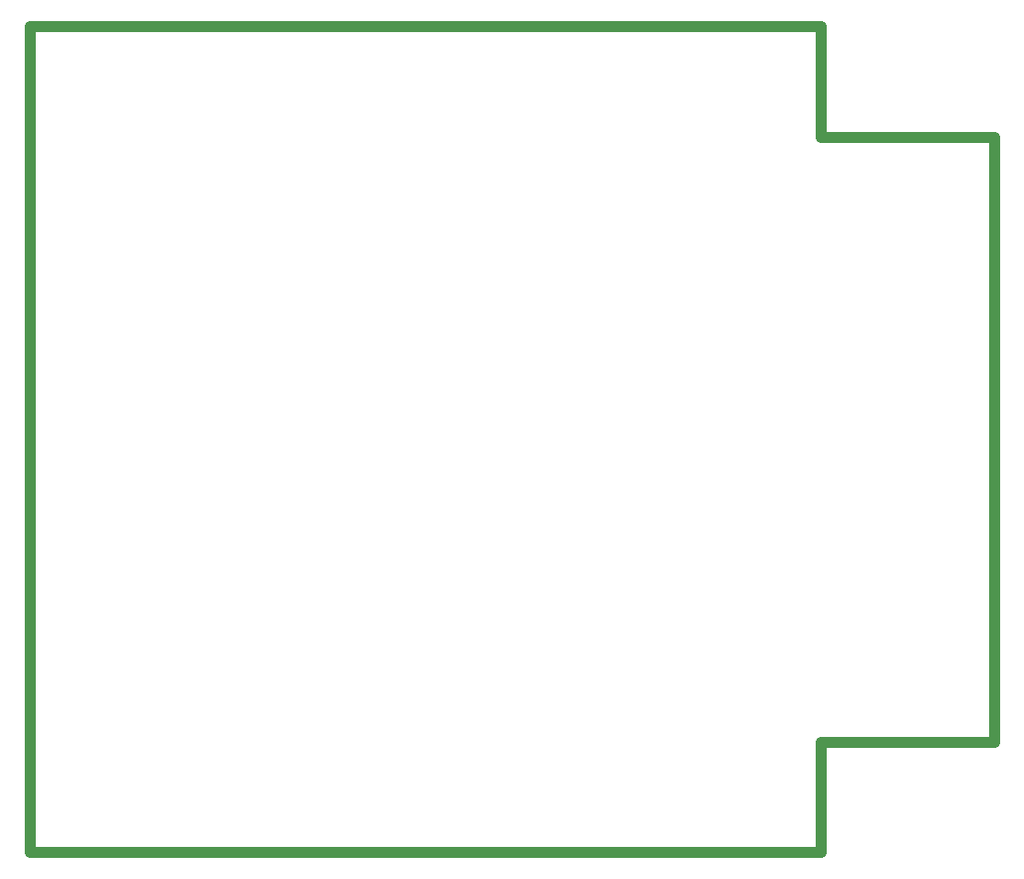
<source format=gbo>
G04 Layer_Color=32896*
%FSLAX25Y25*%
%MOIN*%
G70*
G01*
G75*
%ADD43C,0.04000*%
D43*
X350500Y40000D02*
Y260000D01*
X0Y0D02*
Y300500D01*
X287500D01*
X0Y0D02*
X287500D01*
Y260000D02*
Y300500D01*
Y260000D02*
X350500D01*
X342500Y40000D02*
X350500D01*
X287500D02*
X342500D01*
X287500Y0D02*
Y40000D01*
M02*

</source>
